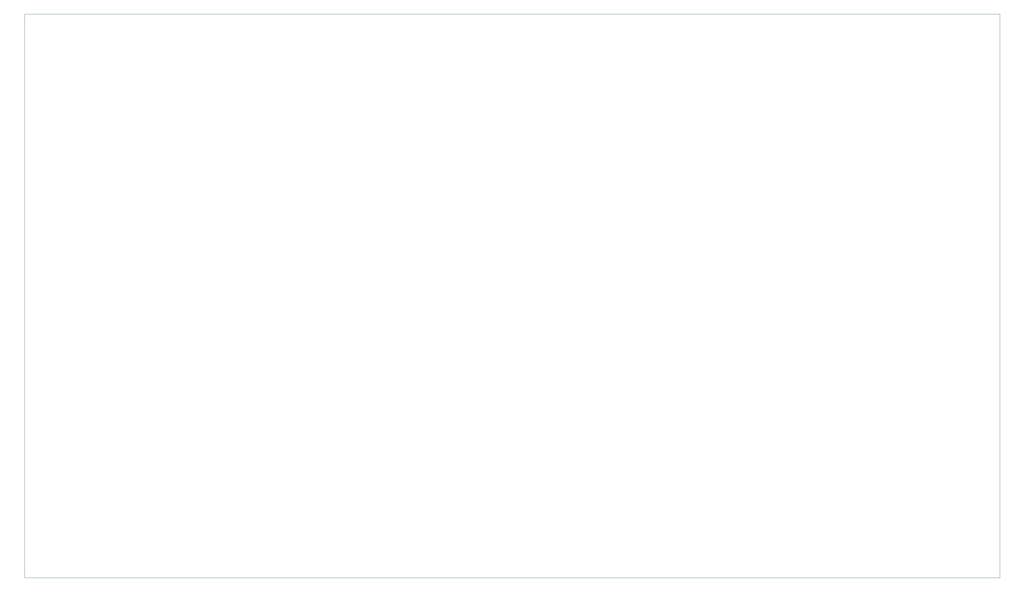
<source format=gbr>
%TF.GenerationSoftware,KiCad,Pcbnew,5.1.6-c6e7f7d~87~ubuntu16.04.1*%
%TF.CreationDate,2020-11-27T00:00:10-05:00*%
%TF.ProjectId,risc_memory_fp,72697363-5f6d-4656-9d6f-72795f66702e,rev?*%
%TF.SameCoordinates,Original*%
%TF.FileFunction,Profile,NP*%
%FSLAX46Y46*%
G04 Gerber Fmt 4.6, Leading zero omitted, Abs format (unit mm)*
G04 Created by KiCad (PCBNEW 5.1.6-c6e7f7d~87~ubuntu16.04.1) date 2020-11-27 00:00:10*
%MOMM*%
%LPD*%
G01*
G04 APERTURE LIST*
%TA.AperFunction,Profile*%
%ADD10C,0.050000*%
%TD*%
G04 APERTURE END LIST*
D10*
X0Y-149860000D02*
X0Y0D01*
X259080000Y-149860000D02*
X0Y-149860000D01*
X259080000Y0D02*
X259080000Y-149860000D01*
X0Y0D02*
X259080000Y0D01*
M02*

</source>
